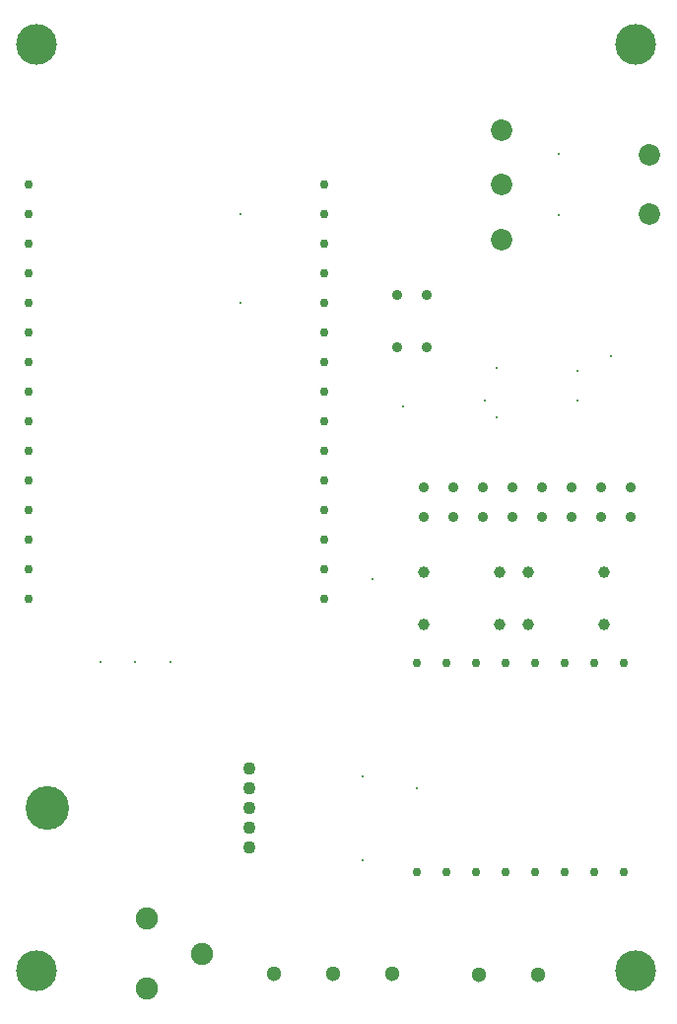
<source format=gbr>
%TF.GenerationSoftware,Altium Limited,Altium Designer,25.2.1 (25)*%
G04 Layer_Color=0*
%FSLAX43Y43*%
%MOMM*%
%TF.SameCoordinates,B664DB7D-B6DB-4AC9-9DB7-209C64ECDA10*%
%TF.FilePolarity,Positive*%
%TF.FileFunction,Plated,1,4,PTH,Drill*%
%TF.Part,Single*%
G01*
G75*
%TA.AperFunction,ComponentDrill*%
%ADD59C,0.900*%
%ADD60C,0.900*%
%ADD61C,0.762*%
%ADD62C,1.000*%
%ADD63C,1.850*%
%ADD64C,1.300*%
%ADD65C,0.762*%
%ADD66C,3.750*%
%ADD67C,1.100*%
%ADD68C,1.900*%
%ADD69C,3.500*%
%ADD70C,3.500*%
%TA.AperFunction,ViaDrill,NotFilled*%
%ADD71C,0.300*%
D59*
X52990Y46040D02*
D03*
X55530D02*
D03*
X50450D02*
D03*
X37750Y46040D02*
D03*
X40290D02*
D03*
X42830D02*
D03*
X45370Y46040D02*
D03*
X47910Y46040D02*
D03*
X38000Y58000D02*
D03*
X35460D02*
D03*
Y62500D02*
D03*
X38000D02*
D03*
D60*
X40290Y43500D02*
D03*
X37750D02*
D03*
X45370D02*
D03*
X42830D02*
D03*
X50450D02*
D03*
X47910D02*
D03*
X55530Y43500D02*
D03*
X52990D02*
D03*
D61*
X29200Y69460D02*
D03*
Y66920D02*
D03*
Y72000D02*
D03*
Y36440D02*
D03*
Y38980D02*
D03*
Y41520D02*
D03*
Y44060D02*
D03*
Y46600D02*
D03*
Y49140D02*
D03*
Y51680D02*
D03*
Y54220D02*
D03*
Y56760D02*
D03*
Y59300D02*
D03*
Y61840D02*
D03*
Y64380D02*
D03*
X3800Y36440D02*
D03*
Y44060D02*
D03*
Y46600D02*
D03*
Y49140D02*
D03*
Y51680D02*
D03*
Y54220D02*
D03*
Y56760D02*
D03*
Y59300D02*
D03*
Y61840D02*
D03*
Y64380D02*
D03*
Y66920D02*
D03*
Y69460D02*
D03*
Y72000D02*
D03*
Y38980D02*
D03*
Y41520D02*
D03*
D62*
X53250Y34250D02*
D03*
X46750D02*
D03*
X53250Y38750D02*
D03*
X46750D02*
D03*
X37750D02*
D03*
X44250D02*
D03*
X37750Y34250D02*
D03*
X44250D02*
D03*
D63*
X57200Y69460D02*
D03*
Y74540D02*
D03*
X44500Y67300D02*
D03*
Y72000D02*
D03*
Y76700D02*
D03*
D64*
X35080Y4300D02*
D03*
X30000D02*
D03*
X24920D02*
D03*
X47580Y4200D02*
D03*
X42500D02*
D03*
D65*
X55000Y13000D02*
D03*
X52460D02*
D03*
X49920D02*
D03*
X47380D02*
D03*
X44840D02*
D03*
X42300D02*
D03*
X39760D02*
D03*
X37220D02*
D03*
X55000Y30980D02*
D03*
X52460D02*
D03*
X49920D02*
D03*
X47380D02*
D03*
X44840D02*
D03*
X42300D02*
D03*
X39760D02*
D03*
X37220D02*
D03*
D66*
X5438Y18500D02*
D03*
D67*
X22812Y15100D02*
D03*
Y16800D02*
D03*
Y20200D02*
D03*
Y21900D02*
D03*
Y18500D02*
D03*
D68*
X18700Y6000D02*
D03*
X14000Y9000D02*
D03*
Y3000D02*
D03*
D69*
X4500Y84000D02*
D03*
D70*
X56000D02*
D03*
X4500Y4500D02*
D03*
X56000D02*
D03*
D71*
X44000Y56250D02*
D03*
X36000Y53000D02*
D03*
X51000Y56000D02*
D03*
X44000Y52000D02*
D03*
X37220Y20200D02*
D03*
X33400Y38100D02*
D03*
X53900Y57250D02*
D03*
X51000Y53500D02*
D03*
X43000D02*
D03*
X32500Y14000D02*
D03*
Y21200D02*
D03*
X16000Y31000D02*
D03*
X13000D02*
D03*
X10000D02*
D03*
X49400Y74600D02*
D03*
Y69400D02*
D03*
X22000Y69460D02*
D03*
Y61840D02*
D03*
%TF.MD5,0ee4a8c2959b1624e0fd0140335db832*%
M02*

</source>
